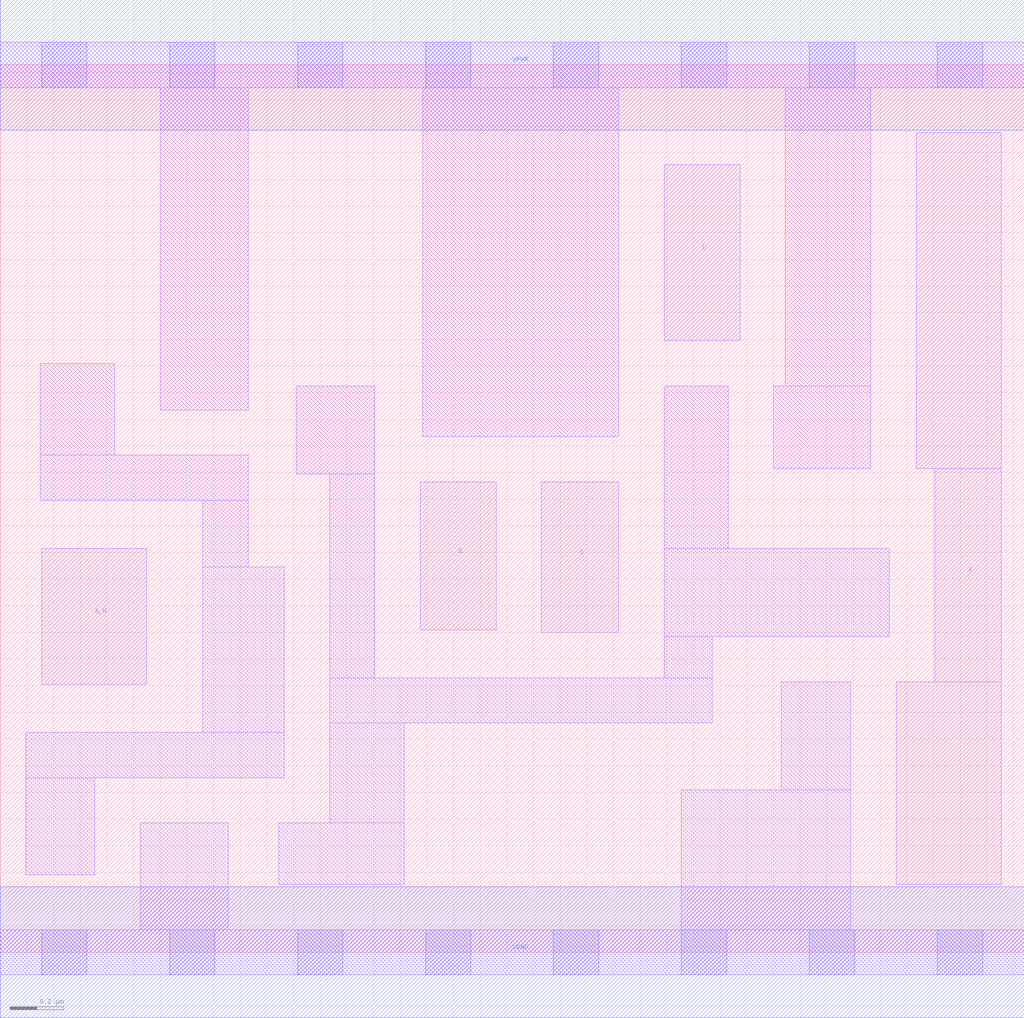
<source format=lef>
# Copyright 2020 The SkyWater PDK Authors
#
# Licensed under the Apache License, Version 2.0 (the "License");
# you may not use this file except in compliance with the License.
# You may obtain a copy of the License at
#
#     https://www.apache.org/licenses/LICENSE-2.0
#
# Unless required by applicable law or agreed to in writing, software
# distributed under the License is distributed on an "AS IS" BASIS,
# WITHOUT WARRANTIES OR CONDITIONS OF ANY KIND, either express or implied.
# See the License for the specific language governing permissions and
# limitations under the License.
#
# SPDX-License-Identifier: Apache-2.0

VERSION 5.7 ;
  NOWIREEXTENSIONATPIN ON ;
  DIVIDERCHAR "/" ;
  BUSBITCHARS "[]" ;
UNITS
  DATABASE MICRONS 200 ;
END UNITS
MACRO sky130_fd_sc_lp__and4b_1
  CLASS CORE ;
  FOREIGN sky130_fd_sc_lp__and4b_1 ;
  ORIGIN  0.000000  0.000000 ;
  SIZE  3.840000 BY  3.330000 ;
  SYMMETRY X Y R90 ;
  SITE unit ;
  PIN A_N
    ANTENNAGATEAREA  0.126000 ;
    DIRECTION INPUT ;
    USE SIGNAL ;
    PORT
      LAYER li1 ;
        RECT 0.155000 1.005000 0.550000 1.515000 ;
    END
  END A_N
  PIN B
    ANTENNAGATEAREA  0.126000 ;
    DIRECTION INPUT ;
    USE SIGNAL ;
    PORT
      LAYER li1 ;
        RECT 1.575000 1.210000 1.860000 1.765000 ;
    END
  END B
  PIN C
    ANTENNAGATEAREA  0.126000 ;
    DIRECTION INPUT ;
    USE SIGNAL ;
    PORT
      LAYER li1 ;
        RECT 2.030000 1.200000 2.320000 1.765000 ;
    END
  END C
  PIN D
    ANTENNAGATEAREA  0.126000 ;
    DIRECTION INPUT ;
    USE SIGNAL ;
    PORT
      LAYER li1 ;
        RECT 2.490000 2.295000 2.775000 2.955000 ;
    END
  END D
  PIN X
    ANTENNADIFFAREA  0.556500 ;
    DIRECTION OUTPUT ;
    USE SIGNAL ;
    PORT
      LAYER li1 ;
        RECT 3.360000 0.255000 3.755000 1.015000 ;
        RECT 3.435000 1.815000 3.755000 3.075000 ;
        RECT 3.505000 1.015000 3.755000 1.815000 ;
    END
  END X
  PIN VGND
    DIRECTION INOUT ;
    USE GROUND ;
    PORT
      LAYER met1 ;
        RECT 0.000000 -0.245000 3.840000 0.245000 ;
    END
  END VGND
  PIN VPWR
    DIRECTION INOUT ;
    USE POWER ;
    PORT
      LAYER met1 ;
        RECT 0.000000 3.085000 3.840000 3.575000 ;
    END
  END VPWR
  OBS
    LAYER li1 ;
      RECT 0.000000 -0.085000 3.840000 0.085000 ;
      RECT 0.000000  3.245000 3.840000 3.415000 ;
      RECT 0.095000  0.290000 0.355000 0.655000 ;
      RECT 0.095000  0.655000 1.065000 0.825000 ;
      RECT 0.150000  1.695000 0.930000 1.865000 ;
      RECT 0.150000  1.865000 0.430000 2.210000 ;
      RECT 0.525000  0.085000 0.855000 0.485000 ;
      RECT 0.600000  2.035000 0.930000 3.245000 ;
      RECT 0.760000  0.825000 1.065000 1.445000 ;
      RECT 0.760000  1.445000 0.930000 1.695000 ;
      RECT 1.045000  0.255000 1.515000 0.485000 ;
      RECT 1.110000  1.795000 1.405000 2.125000 ;
      RECT 1.235000  0.485000 1.515000 0.860000 ;
      RECT 1.235000  0.860000 2.670000 1.030000 ;
      RECT 1.235000  1.030000 1.405000 1.795000 ;
      RECT 1.585000  1.935000 2.320000 3.245000 ;
      RECT 2.490000  1.030000 2.670000 1.185000 ;
      RECT 2.490000  1.185000 3.335000 1.515000 ;
      RECT 2.490000  1.515000 2.730000 2.125000 ;
      RECT 2.555000  0.085000 3.190000 0.610000 ;
      RECT 2.900000  1.815000 3.265000 2.125000 ;
      RECT 2.930000  0.610000 3.190000 1.015000 ;
      RECT 2.945000  2.125000 3.265000 3.245000 ;
    LAYER mcon ;
      RECT 0.155000 -0.085000 0.325000 0.085000 ;
      RECT 0.155000  3.245000 0.325000 3.415000 ;
      RECT 0.635000 -0.085000 0.805000 0.085000 ;
      RECT 0.635000  3.245000 0.805000 3.415000 ;
      RECT 1.115000 -0.085000 1.285000 0.085000 ;
      RECT 1.115000  3.245000 1.285000 3.415000 ;
      RECT 1.595000 -0.085000 1.765000 0.085000 ;
      RECT 1.595000  3.245000 1.765000 3.415000 ;
      RECT 2.075000 -0.085000 2.245000 0.085000 ;
      RECT 2.075000  3.245000 2.245000 3.415000 ;
      RECT 2.555000 -0.085000 2.725000 0.085000 ;
      RECT 2.555000  3.245000 2.725000 3.415000 ;
      RECT 3.035000 -0.085000 3.205000 0.085000 ;
      RECT 3.035000  3.245000 3.205000 3.415000 ;
      RECT 3.515000 -0.085000 3.685000 0.085000 ;
      RECT 3.515000  3.245000 3.685000 3.415000 ;
  END
END sky130_fd_sc_lp__and4b_1
END LIBRARY

</source>
